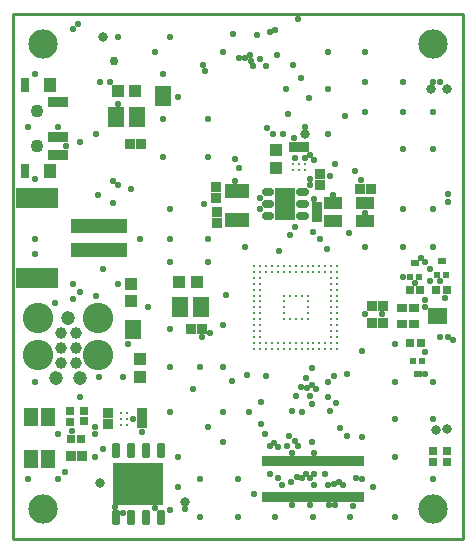
<source format=gbr>
G04 EAGLE Gerber RS-274X export*
G75*
%MOMM*%
%FSLAX34Y34*%
%LPD*%
%INSoldermask Top*%
%IPPOS*%
%AMOC8*
5,1,8,0,0,1.08239X$1,22.5*%
G01*
%ADD10C,2.489200*%
%ADD11R,1.353200X1.653200*%
%ADD12R,0.823200X0.823200*%
%ADD13R,0.903200X0.803200*%
%ADD14R,4.803200X1.203200*%
%ADD15R,3.603200X1.803200*%
%ADD16C,0.990600*%
%ADD17C,1.193800*%
%ADD18C,2.578100*%
%ADD19R,0.838200X1.473200*%
%ADD20R,1.473200X0.838200*%
%ADD21R,0.246381X0.787400*%
%ADD22R,8.737600X0.812800*%
%ADD23R,1.003200X1.003200*%
%ADD24R,0.653200X0.553200*%
%ADD25R,0.553200X0.553200*%
%ADD26R,0.703200X0.703200*%
%ADD27R,1.253200X1.603200*%
%ADD28R,1.703200X0.903200*%
%ADD29R,0.803200X1.203200*%
%ADD30R,1.003200X1.203200*%
%ADD31C,1.103200*%
%ADD32C,0.803200*%
%ADD33C,0.304800*%
%ADD34C,0.325000*%
%ADD35R,1.803200X2.703200*%
%ADD36C,0.653200*%
%ADD37R,1.549400X1.016000*%
%ADD38R,2.108200X1.295400*%
%ADD39C,0.315166*%
%ADD40R,4.203200X3.603200*%
%ADD41C,0.558800*%
%ADD42C,0.756400*%
%ADD43C,0.254000*%


D10*
X25400Y25400D03*
X355600Y25400D03*
X355600Y419100D03*
X25400Y419100D03*
D11*
X105266Y357378D03*
X87266Y357378D03*
D12*
X159948Y177800D03*
X150948Y177800D03*
D11*
X159368Y196850D03*
X141368Y196850D03*
D12*
X108386Y334772D03*
X99386Y334772D03*
X58348Y70104D03*
X49348Y70104D03*
X302950Y296926D03*
X293950Y296926D03*
X257556Y272614D03*
X257556Y281614D03*
X172212Y289124D03*
X172212Y298124D03*
X172466Y277042D03*
X172466Y268042D03*
X80518Y106608D03*
X80518Y97608D03*
X109728Y107116D03*
X109728Y98116D03*
X259842Y300046D03*
X259842Y309046D03*
X237816Y331724D03*
X246816Y331724D03*
X304364Y183134D03*
X313364Y183134D03*
X304364Y197612D03*
X313364Y197612D03*
D13*
X329264Y181976D03*
X329264Y195976D03*
X339264Y181976D03*
X339264Y195976D03*
D14*
X72560Y245270D03*
X72560Y265270D03*
D15*
X20560Y221270D03*
X20560Y289270D03*
D16*
X40386Y175006D03*
X40386Y162306D03*
X40386Y149606D03*
X53086Y149606D03*
X53086Y162306D03*
X53086Y175006D03*
D17*
X46736Y187706D03*
X56886Y136906D03*
X36586Y136906D03*
D18*
X72136Y187706D03*
X72136Y155956D03*
X21336Y155956D03*
X21336Y187706D03*
D19*
X355600Y188722D03*
X363728Y188722D03*
D20*
X102108Y173482D03*
X102108Y181610D03*
X127254Y371094D03*
X127254Y379222D03*
D21*
X252006Y35433D03*
X248006Y35433D03*
X244006Y35433D03*
X240006Y35433D03*
X236006Y35433D03*
X232006Y35433D03*
X228006Y35433D03*
X224006Y35433D03*
X220006Y35433D03*
X216006Y35433D03*
X212006Y35433D03*
X296006Y35433D03*
X292006Y35433D03*
X288006Y35433D03*
X284006Y35433D03*
X280006Y35433D03*
X276006Y35433D03*
X272006Y35433D03*
X268006Y35433D03*
X264006Y35433D03*
X260006Y35433D03*
X256006Y35433D03*
X248006Y66167D03*
X244006Y66167D03*
X240006Y66167D03*
X236006Y66167D03*
X232006Y66167D03*
X228006Y66167D03*
X224006Y66167D03*
X220006Y66167D03*
X216006Y66167D03*
X212006Y66167D03*
X296006Y66167D03*
X292006Y66167D03*
X288006Y66167D03*
X284006Y66167D03*
X280006Y66167D03*
X276006Y66167D03*
X272006Y66167D03*
X268006Y66167D03*
X264006Y66167D03*
X260006Y66167D03*
X256006Y66167D03*
X252006Y66167D03*
D22*
X254000Y35560D03*
X254000Y66040D03*
D23*
X155836Y217932D03*
X140836Y217932D03*
D24*
X362966Y235620D03*
D25*
X358966Y224120D03*
X366966Y224120D03*
D24*
X342646Y139792D03*
D25*
X346646Y151292D03*
X338646Y151292D03*
D24*
X340106Y233588D03*
D25*
X336106Y222088D03*
X344106Y222088D03*
D26*
X49094Y84836D03*
X58094Y84836D03*
X367538Y74350D03*
X367538Y65350D03*
X355854Y74350D03*
X355854Y65350D03*
X48260Y99640D03*
X48260Y108640D03*
X335860Y211328D03*
X344860Y211328D03*
X358466Y210820D03*
X367466Y210820D03*
X336622Y166116D03*
X345622Y166116D03*
X60198Y99894D03*
X60198Y108894D03*
D23*
X100076Y216542D03*
X100076Y201542D03*
X88766Y379222D03*
X103766Y379222D03*
X107950Y152788D03*
X107950Y137788D03*
X223012Y329318D03*
X223012Y314318D03*
D27*
X29856Y103598D03*
X29856Y67598D03*
X15356Y103598D03*
X15356Y67598D03*
D28*
X37820Y325480D03*
X37820Y340480D03*
X37820Y370480D03*
D29*
X10320Y311480D03*
D30*
X31320Y311480D03*
D29*
X10320Y384480D03*
D30*
X31320Y384480D03*
D31*
X20320Y332980D03*
X20320Y362980D03*
D32*
X367792Y381254D03*
X354076Y381254D03*
D33*
X239522Y226342D03*
X234522Y226342D03*
X229522Y226342D03*
X244522Y226342D03*
X249522Y226342D03*
X214522Y226342D03*
X209522Y226342D03*
X204522Y226342D03*
X219522Y226342D03*
X224522Y226342D03*
X264522Y226342D03*
X259522Y226342D03*
X254522Y226342D03*
X269522Y226342D03*
X274522Y226342D03*
X209522Y221342D03*
X204522Y221342D03*
X269522Y221342D03*
X274522Y221342D03*
X239522Y231367D03*
X234522Y231367D03*
X229522Y231367D03*
X244522Y231367D03*
X249522Y231367D03*
X214522Y231367D03*
X209522Y231367D03*
X204522Y231367D03*
X219522Y231367D03*
X224522Y231367D03*
X264522Y231367D03*
X259522Y231367D03*
X254522Y231367D03*
X269522Y231367D03*
X274522Y231367D03*
X209522Y216342D03*
X204522Y216342D03*
X269522Y216342D03*
X274522Y216342D03*
X209522Y211342D03*
X204522Y211342D03*
X269522Y211342D03*
X274522Y211342D03*
X239522Y206342D03*
X234522Y206342D03*
X229522Y206342D03*
X244522Y206342D03*
X249522Y206342D03*
X209522Y206342D03*
X204522Y206342D03*
X269522Y206342D03*
X274522Y206342D03*
X229522Y201342D03*
X249522Y201342D03*
X209522Y201342D03*
X204522Y201342D03*
X269522Y201342D03*
X274522Y201342D03*
X229522Y196342D03*
X249522Y196342D03*
X209522Y196342D03*
X204522Y196342D03*
X269522Y196342D03*
X274522Y196342D03*
X229522Y191342D03*
X249522Y191342D03*
X209522Y191342D03*
X204522Y191342D03*
X269522Y191342D03*
X274522Y191342D03*
X239522Y186342D03*
X234522Y186342D03*
X229522Y186342D03*
X244522Y186342D03*
X249522Y186342D03*
X209522Y186342D03*
X204522Y186342D03*
X269522Y186342D03*
X274522Y186342D03*
X209522Y181342D03*
X204522Y181342D03*
X269522Y181342D03*
X274522Y181342D03*
X209522Y176342D03*
X204522Y176342D03*
X269522Y176342D03*
X274522Y176342D03*
X209522Y171342D03*
X204522Y171342D03*
X269522Y171342D03*
X274522Y171342D03*
X239522Y166342D03*
X234522Y166342D03*
X229522Y166342D03*
X244522Y166342D03*
X249522Y166342D03*
X214522Y166342D03*
X209522Y166342D03*
X204522Y166342D03*
X219522Y166342D03*
X224522Y166342D03*
X264522Y166342D03*
X259522Y166342D03*
X254522Y166342D03*
X269522Y166342D03*
X274522Y166342D03*
X239522Y161342D03*
X234522Y161342D03*
X229522Y161342D03*
X244522Y161342D03*
X249522Y161342D03*
X214522Y161342D03*
X209522Y161342D03*
X204522Y161342D03*
X219522Y161342D03*
X224522Y161342D03*
X264522Y161342D03*
X259522Y161342D03*
X254522Y161342D03*
X269522Y161342D03*
X274522Y161342D03*
D34*
X96734Y107108D03*
X91734Y107108D03*
X96734Y102108D03*
X91734Y102108D03*
X96734Y97108D03*
X91734Y97108D03*
D35*
X230632Y283718D03*
D36*
X218132Y283718D02*
X214132Y283718D01*
X243132Y283718D02*
X247132Y283718D01*
X218132Y273718D02*
X214132Y273718D01*
X214132Y293718D02*
X218132Y293718D01*
X243132Y293718D02*
X247132Y293718D01*
X247132Y273718D02*
X243132Y273718D01*
D34*
X237570Y317460D03*
X237570Y312460D03*
X242570Y317460D03*
X242570Y312460D03*
X247570Y317460D03*
X247570Y312460D03*
D37*
X298323Y269360D03*
X298323Y284360D03*
X271145Y284360D03*
X271145Y269360D03*
D38*
X189484Y294640D03*
X189484Y270256D03*
D39*
X88762Y23180D02*
X88762Y13900D01*
X85482Y13900D01*
X85482Y23180D01*
X88762Y23180D01*
X88762Y16894D02*
X85482Y16894D01*
X85482Y19888D02*
X88762Y19888D01*
X88762Y22882D02*
X85482Y22882D01*
X101462Y23180D02*
X101462Y13900D01*
X98182Y13900D01*
X98182Y23180D01*
X101462Y23180D01*
X101462Y16894D02*
X98182Y16894D01*
X98182Y19888D02*
X101462Y19888D01*
X101462Y22882D02*
X98182Y22882D01*
X114162Y23180D02*
X114162Y13900D01*
X110882Y13900D01*
X110882Y23180D01*
X114162Y23180D01*
X114162Y16894D02*
X110882Y16894D01*
X110882Y19888D02*
X114162Y19888D01*
X114162Y22882D02*
X110882Y22882D01*
X126862Y23180D02*
X126862Y13900D01*
X123582Y13900D01*
X123582Y23180D01*
X126862Y23180D01*
X126862Y16894D02*
X123582Y16894D01*
X123582Y19888D02*
X126862Y19888D01*
X126862Y22882D02*
X123582Y22882D01*
X126862Y70800D02*
X126862Y80080D01*
X126862Y70800D02*
X123582Y70800D01*
X123582Y80080D01*
X126862Y80080D01*
X126862Y73794D02*
X123582Y73794D01*
X123582Y76788D02*
X126862Y76788D01*
X126862Y79782D02*
X123582Y79782D01*
X114162Y80080D02*
X114162Y70800D01*
X110882Y70800D01*
X110882Y80080D01*
X114162Y80080D01*
X114162Y73794D02*
X110882Y73794D01*
X110882Y76788D02*
X114162Y76788D01*
X114162Y79782D02*
X110882Y79782D01*
X101462Y80080D02*
X101462Y70800D01*
X98182Y70800D01*
X98182Y80080D01*
X101462Y80080D01*
X101462Y73794D02*
X98182Y73794D01*
X98182Y76788D02*
X101462Y76788D01*
X101462Y79782D02*
X98182Y79782D01*
X88762Y80080D02*
X88762Y70800D01*
X85482Y70800D01*
X85482Y80080D01*
X88762Y80080D01*
X88762Y73794D02*
X85482Y73794D01*
X85482Y76788D02*
X88762Y76788D01*
X88762Y79782D02*
X85482Y79782D01*
D40*
X106172Y46990D03*
D32*
X76200Y425450D03*
X146050Y31750D03*
X247650Y342900D03*
X73660Y47244D03*
X358140Y92710D03*
X367284Y92964D03*
D41*
X133350Y25146D03*
X109728Y91186D03*
X88900Y368300D03*
X70430Y342900D03*
X228600Y342900D03*
X204470Y38100D03*
X209550Y279400D03*
X161544Y283464D03*
X271145Y291846D03*
X312166Y190754D03*
X330200Y222250D03*
X294386Y304038D03*
X298450Y276606D03*
X186690Y427990D03*
X133350Y425450D03*
X76200Y228600D03*
X44450Y57150D03*
X99629Y296733D03*
X72136Y291592D03*
X84836Y284480D03*
X349250Y158750D03*
X353568Y218948D03*
X133350Y254000D03*
X165100Y254000D03*
X133350Y234950D03*
X165100Y234950D03*
X133350Y177800D03*
X133350Y146050D03*
X133350Y107950D03*
X152400Y127000D03*
X72644Y137160D03*
X70104Y206248D03*
X19050Y254000D03*
X133350Y279400D03*
X19050Y304800D03*
X12700Y349250D03*
X19050Y393700D03*
X88900Y425450D03*
X120650Y412750D03*
X127000Y393700D03*
X127000Y355600D03*
X127000Y323850D03*
X165100Y323850D03*
X165100Y355600D03*
X177800Y412750D03*
X266700Y412750D03*
X298450Y412750D03*
X298450Y387350D03*
X298450Y361950D03*
X330200Y387350D03*
X330200Y361950D03*
X355600Y361950D03*
X355600Y330200D03*
X330200Y330200D03*
X330200Y279400D03*
X355600Y279400D03*
X330200Y247650D03*
X355600Y247650D03*
X298450Y247650D03*
X260350Y254000D03*
X254000Y260350D03*
X214376Y138176D03*
X198120Y138684D03*
X266700Y133350D03*
X248412Y136652D03*
X323850Y101600D03*
X323850Y69850D03*
X323850Y133350D03*
X323850Y165100D03*
X355600Y133350D03*
X355600Y101600D03*
X355600Y50800D03*
X323850Y19050D03*
X285750Y19050D03*
X254000Y19050D03*
X222250Y19050D03*
X190500Y19050D03*
X158750Y19050D03*
X158750Y50800D03*
X190500Y50800D03*
X304800Y44450D03*
X227584Y46228D03*
X251968Y28956D03*
X139700Y44450D03*
X139700Y69850D03*
X69850Y69850D03*
X69850Y88900D03*
X38100Y88900D03*
X38100Y50800D03*
X12700Y50800D03*
X19050Y133350D03*
X57150Y120650D03*
X19050Y241300D03*
X107950Y254000D03*
X114300Y196850D03*
X200152Y107696D03*
X266700Y120650D03*
X361950Y171450D03*
X165100Y95250D03*
X177800Y107950D03*
X177800Y82550D03*
X266700Y342900D03*
X266700Y381000D03*
X196850Y247650D03*
X209550Y406400D03*
X239014Y322421D03*
X234950Y257810D03*
X239014Y264668D03*
X160020Y170942D03*
X241300Y440182D03*
X243840Y390144D03*
X69850Y95250D03*
X76200Y76200D03*
X236728Y72644D03*
X50800Y203200D03*
X218122Y429208D03*
X50546Y431800D03*
X57150Y209296D03*
X55372Y435864D03*
X222250Y431546D03*
X220296Y343232D03*
X355600Y387350D03*
X201422Y405130D03*
X361950Y387350D03*
X215138Y348234D03*
X214630Y400558D03*
X272542Y28956D03*
X244856Y107950D03*
X244856Y52070D03*
X290576Y51816D03*
X283210Y139954D03*
X273304Y115570D03*
X275844Y48768D03*
X220980Y81788D03*
X236474Y28956D03*
X224282Y78486D03*
X224282Y52070D03*
X210312Y116332D03*
X210312Y97536D03*
X255270Y46228D03*
X248920Y128270D03*
X268224Y108966D03*
X271526Y46482D03*
X368300Y171450D03*
X84836Y303276D03*
X209550Y289052D03*
X368300Y285496D03*
X361950Y218948D03*
X349250Y202597D03*
X372252Y168936D03*
X368300Y292100D03*
X251792Y299596D03*
X88900Y300280D03*
X295910Y51308D03*
X254762Y55372D03*
X266446Y46228D03*
X257048Y127000D03*
X251460Y52070D03*
X235966Y108966D03*
X240284Y52324D03*
X235458Y48768D03*
X253492Y144780D03*
X253492Y130810D03*
X248158Y55372D03*
X276606Y93980D03*
X283210Y87376D03*
X267716Y28956D03*
X279908Y46228D03*
X233172Y359664D03*
X266192Y246126D03*
X284734Y259588D03*
X268478Y307848D03*
X250698Y373634D03*
X247142Y322834D03*
X247142Y348742D03*
X255270Y288036D03*
X255270Y320802D03*
X230886Y381000D03*
X280924Y358394D03*
X237490Y401828D03*
X185674Y133858D03*
X231902Y78994D03*
X213614Y89408D03*
X241554Y78994D03*
X239268Y83312D03*
X217424Y78740D03*
X217424Y55372D03*
X234188Y87630D03*
X243586Y128778D03*
X251460Y120904D03*
X255016Y72644D03*
X252984Y114554D03*
X252984Y82296D03*
X295910Y159512D03*
X295910Y86868D03*
X271526Y137922D03*
X264414Y55372D03*
X239776Y120904D03*
X340360Y216916D03*
X288036Y28448D03*
X345948Y238252D03*
X353060Y228600D03*
X349250Y139700D03*
X349250Y234950D03*
X225298Y244348D03*
X191770Y313944D03*
X191770Y407670D03*
X188468Y303022D03*
X196342Y407670D03*
X289560Y311404D03*
X223774Y409702D03*
X206502Y426974D03*
X188468Y322072D03*
X201168Y409702D03*
X44704Y332740D03*
X82550Y387350D03*
X160782Y401833D03*
X73914Y387350D03*
X88900Y215900D03*
X57150Y336550D03*
X203708Y400558D03*
X177546Y145796D03*
X158750Y145796D03*
X101346Y101854D03*
X93218Y137668D03*
X146050Y25400D03*
X97790Y165100D03*
D42*
X85598Y404622D03*
D41*
X163071Y396248D03*
X251460Y325120D03*
X251460Y304800D03*
X237998Y339852D03*
X273050Y317500D03*
X180848Y207010D03*
X86614Y27178D03*
X93218Y22352D03*
X177546Y181356D03*
X120650Y26670D03*
X166878Y175006D03*
X38100Y349250D03*
X139700Y374650D03*
X298014Y190500D03*
X50292Y91948D03*
X36068Y200152D03*
X50800Y215900D03*
X349250Y196850D03*
X366268Y204216D03*
D43*
X0Y0D02*
X381000Y0D01*
X381000Y444500D01*
X0Y444500D01*
X0Y0D01*
M02*

</source>
